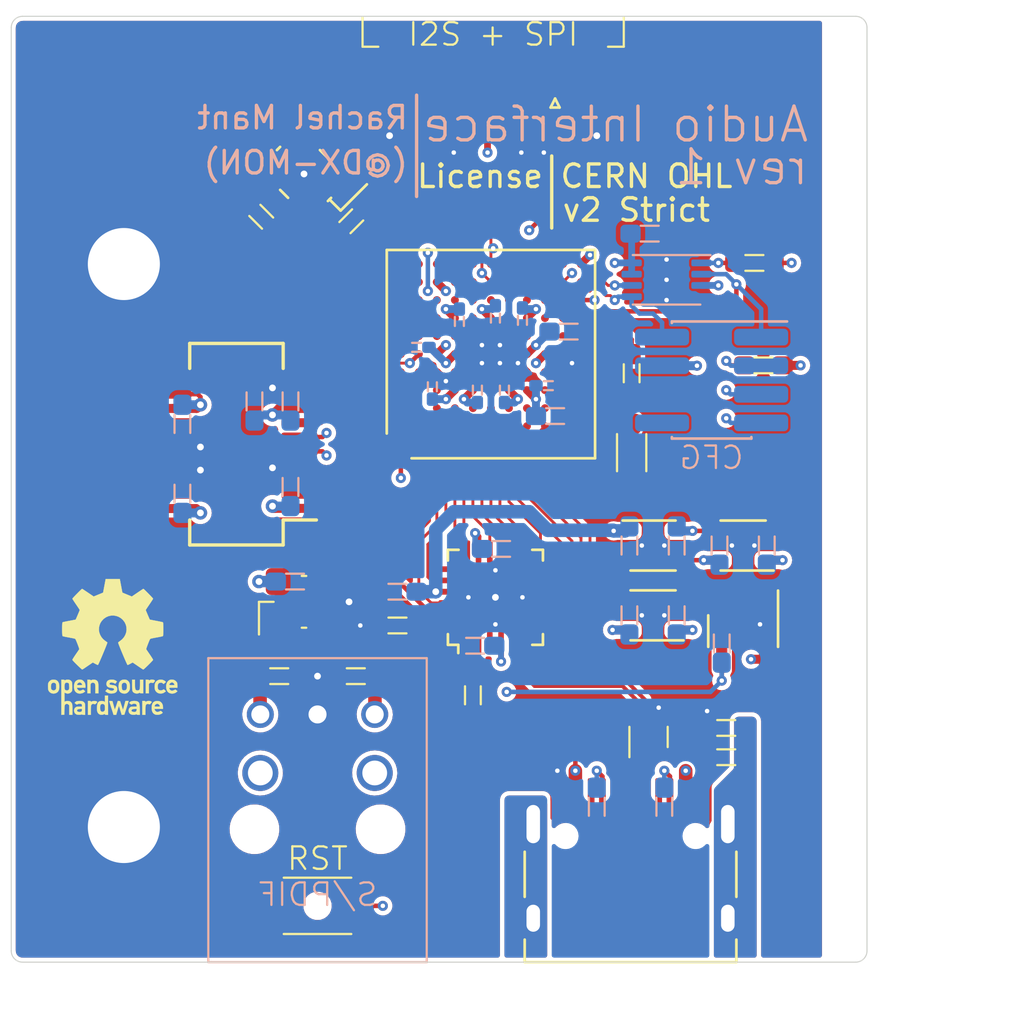
<source format=kicad_pcb>
(kicad_pcb (version 20221018) (generator pcbnew)
  (layers (0 "F.Cu" signal) (1 "In1.Cu" power) (2 "In2.Cu" signal) (31 "B.Cu" power) (34 "B.Paste" user) (35 "F.Paste" user) (36 "B.SilkS" user "B.Silkscreen") (37 "F.SilkS" user "F.Silkscreen") (38 "B.Mask" user) (39 "F.Mask" user) (44 "Edge.Cuts" user))
  (net 0 "")
  (net 1 "DGND")
  (net 2 "Net-(C2-Pad2)")
  (net 3 "Net-(C3-Pad2)")
  (net 4 "+3V3")
  (net 5 "/S{slash}PDIF")
  (net 6 "/USB/D+")
  (net 7 "Net-(J2-PadB5)")
  (net 9 "/USB/D-")
  (net 10 "Net-(J2-PadA5)")
  (net 12 "+5V")
  (net 15 "/Processing/ULPI.D7")
  (net 16 "/Processing/ULPI.D6")
  (net 17 "/Processing/ULPI.D5")
  (net 18 "/Processing/ULPI.D4")
  (net 19 "/Processing/ULPI.CLK")
  (net 20 "/Processing/ULPI.D3")
  (net 21 "/Processing/ULPI.D2")
  (net 22 "/Processing/ULPI.D1")
  (net 23 "/Processing/ULPI.D0")
  (net 24 "/Processing/ULPI.NXT")
  (net 25 "/Processing/ULPI.DIR")
  (net 26 "/Processing/ULPI.STP")
  (net 27 "/Processing/ULPI.~{RST}")
  (net 28 "Net-(R4-Pad2)")
  (net 50 "+1V2")
  (net 97 "/SYS_CLK")
  (net 98 "/Clock Generation/~{SPI_CS}")
  (net 104 "/ACLK")
  (net 105 "/ADAT")
  (net 106 "/AR{slash}~{L}")
  (net 107 "/~{DAC_CS}")
  (net 108 "/Processing/CFG_SPI.CIPO")
  (net 109 "/Processing/CFG_SPI.CLK")
  (net 110 "/Processing/CFG_SPI.COPI")
  (net 111 "/Processing/CIPO")
  (net 112 "/Processing/COPI")
  (net 113 "/Processing/~{CFG_CS}")
  (net 115 "/Processing/~{CFG_RST}")
  (net 116 "/Processing/CFG_CLK")
  (net 117 "/Power/~{PSU_EN}")
  (net 118 "/USB/SHIELD")
  (net 119 "Net-(R7-Pad1)")
  (net 120 "+1V8")
  (net 121 "Net-(U1-Pad23)")
  (net 123 "Net-(C15-Pad1)")
  (net 124 "Net-(D1-Pad2)")
  (net 125 "Net-(R8-Pad1)")
  (footprint "rhais_package-qfn:WSON-6-1EP_2x2mm_P0.65mm_EP1x1.6mm" (layer "F.Cu") (at 194.5 121.5 180)
    (fp_text reference "U8")
    (fp_text value "TLV73312PDRV" hide)
  )
  (footprint "Package_BGA:BGA-121_9.0x9.0mm_Layout11x11_P0.8mm_Ball0.4mm_Pad0.35mm_NSMD" (layer "F.Cu") (at 183.3 113 90)
    (fp_text reference "U2")
    (fp_text value "ICE40HX8K-BG121" hide)
  )
  (footprint "rhais_rcl:R0603" (layer "F.Cu") (at 193.75 129.6 180)
    (fp_text reference "R1")
    (fp_text value "1M" hide)
  )
  (footprint "rhais_package-qfn:UDFN-6L" (layer "F.Cu") (at 190.3 130 90)
    (fp_text reference "U4")
    (fp_text value "SP3400-02UTG" hide)
  )
  (footprint "rhais_package-smd:SOT-143" (layer "F.Cu") (at 194.5 125.3 -90)
    (fp_text reference "U7")
    (fp_text value "APX811-40UG-7" hide)
  )
  (footprint "rhais_button-smd:B3U-1000P-B" (layer "F.Cu") (at 175.6 137.5 180)
    (fp_text reference "SW1")
    (fp_text value "RST")
  )
  (footprint "rhais_rcl:R0603" (layer "F.Cu") (at 195.4 113.5 180)
    (fp_text reference "R6")
    (fp_text value "10k" hide)
  )
  (footprint "rhais_osc:SMD3225" (layer "F.Cu") (at 175 105 135)
    (fp_text reference "Y1")
    (fp_text value "27MHz" hide)
  )
  (footprint "MountingHole:MountingHole_3.2mm_M3_Pad" (layer "F.Cu") (at 167 109)
    (fp_text reference "H2" hide)
    (fp_text value "MountingHole_Pad" hide)
  )
  (footprint "rhais_rcl:R0603" (layer "F.Cu") (at 189.55 113.85 -90)
    (fp_text reference "R8")
    (fp_text value "6k8" hide)
  )
  (footprint "rhais_connector-te:1-17345952-2_1x12-1MP_P0.5mm_Horizontal" (layer "F.Cu") (at 183.4 101.5 180)
    (fp_text reference "J1")
    (fp_text value "I2S + SPI")
  )
  (footprint "rhais_package-smd:SSOP-20_3.9x8.7mm_P0.635mm" (layer "F.Cu") (at 172 117 180)
    (fp_text reference "U3")
    (fp_text value "PLL1708" hide)
  )
  (footprint "rhais_rcl:R0603" (layer "F.Cu") (at 182.5 128.15 -90)
    (fp_text reference "R7")
    (fp_text value "10k" hide)
  )
  (footprint "rhais_osc:SMD2520" (layer "F.Cu") (at 175 124)
    (fp_text reference "X1")
    (fp_text value "13MHz" hide)
  )
  (footprint "rhais_package-qfn:WSON-6-1EP_2x2mm_P0.65mm_EP1x1.6mm" (layer "F.Cu") (at 190.5 124.6 180)
    (fp_text reference "U6")
    (fp_text value "TLV75533PDRV" hide)
  )
  (footprint "rhais_rcl:C0603" (layer "F.Cu") (at 193.75 130.9 180)
    (fp_text reference "C1")
    (fp_text value "0u1" hide)
  )
  (footprint "rhais_rcl:R0603" (layer "F.Cu") (at 179.15 125.05)
    (fp_text reference "R4")
    (fp_text value "8k06" hide)
  )
  (footprint "rhais_usb:USB_C_Receptacle_HRO_TYPE-C-31-M-12" (layer "F.Cu") (at 189.5 137)
    (fp_text reference "J2")
    (fp_text value "USB_C_Receptacle_USB2.0" hide)
  )
  (footprint "MountingHole:MountingHole_3.2mm_M3_Pad" (layer "F.Cu") (at 167 134)
    (fp_text reference "H1" hide)
    (fp_text value "MountingHole_Pad" hide)
  )
  (footprint "rhais_package-qfn:QFN-24-1EP_4x4mm_P0.5mm_EP2.6x2.6mm" (layer "F.Cu") (at 183.5 123.8 90)
    (fp_text reference "U1")
    (fp_text value "USB3318" hide)
  )
  (footprint "rhais_rcl:C0603" (layer "F.Cu") (at 173.1 106.9 135)
    (fp_text reference "C2")
    (fp_text value "15p" hide)
  )
  (footprint "rhais_led:LED0603" (layer "F.Cu") (at 189.55 116.95 90)
    (fp_text reference "D1")
    (fp_text value "WHITE" hide)
  )
  (footprint "rhais_rcl:C0603" (layer "F.Cu") (at 177.1 107.1 45)
    (fp_text reference "C3")
    (fp_text value "15p" hide)
  )
  (footprint "rhais_rcl:R0603" (layer "F.Cu") (at 195 108.95 180)
    (fp_text reference "R5")
    (fp_text value "10k" hide)
  )
  (footprint "rhais_rcl:C0603" (layer "F.Cu") (at 173.9 127.3 180)
    (fp_text reference "C6")
    (fp_text value "0u1" hide)
  )
  (footprint "rhais_rcl:C0603" (layer "F.Cu") (at 177.3 127.3)
    (fp_text reference "C7")
    (fp_text value "30p" hide)
  )
  (footprint "Symbol:OSHW-Logo_5.7x6mm_SilkScreen" (layer "F.Cu") (at 166.5 126)
    (fp_text reference "G1" hide)
    (fp_text value "OSHW-Logo_5.7x6mm_SilkScreen" hide)
  )
  (footprint "rhais_package-qfn:WSON-6-1EP_2x2mm_P0.65mm_EP1x1.6mm" (layer "F.Cu") (at 190.5 121.5)
    (fp_text reference "U9")
    (fp_text value "LP5910-1.8DRV" hide)
  )
  (footprint "rhais_rcl:C0402" (layer "B.Cu") (at 184.7 111.5 90)
    (fp_text reference "C24")
    (fp_text value "0u1" hide)
  )
  (footprint "rhais_rcl:C0603" (layer "B.Cu") (at 172.8 115.1 -90)
    (fp_text reference "C5")
    (fp_text value "10u" hide)
  )
  (footprint "rhais_rcl:C0603" (layer "B.Cu") (at 189.45 121.5 90)
    (fp_text reference "C14")
    (fp_text value "1u" hide)
  )
  (footprint "rhais_rcl:C0603" (layer "B.Cu") (at 182.6 125.95)
    (fp_text reference "C22")
    (fp_text value "4u7" hide)
  )
  (footprint "rhais_rcl:C0402" (layer "B.Cu") (at 182.7 114.6 -90)
    (fp_text reference "C32")
    (fp_text value "0u1" hide)
  )
  (footprint "rhais_rcl:C0603" (layer "B.Cu") (at 191.55 121.5 90)
    (fp_text reference "C13")
    (fp_text value "1u" hide)
  )
  (footprint "rhais_rcl:C0402" (layer "B.Cu") (at 180 112.7)
    (fp_text reference "C30")
    (fp_text value "0u1" hide)
  )
  (footprint "rhais_rcl:R0603" (layer "B.Cu") (at 191 133.1 -90)
    (fp_text reference "R3")
    (fp_text value "5k1" hide)
  )
  (footprint "rhais_connector-pinheader:PinHeader_2x04_P1.27mm_Vertical_SMD" (layer "B.Cu") (at 193.1 114.15 180)
    (fp_text reference "J4")
    (fp_text value "CFG")
  )
  (footprint "rhais_rcl:C0402" (layer "B.Cu") (at 180.7 114.45 -90)
    (fp_text reference "C27")
    (fp_text value "0u1" hide)
  )
  (footprint "rhais_rcl:C0603" (layer "B.Cu") (at 189.45 124.6 -90)
    (fp_text reference "C16")
    (fp_text value "4u7" hide)
  )
  (footprint "rhais_rcl:C0603" (layer "B.Cu") (at 195.55 121.5 -90)
    (fp_text reference "C19")
    (fp_text value "4u7" hide)
  )
  (footprint "rhais_rcl:C0402" (layer "B.Cu") (at 183.9 114.6 -90)
    (fp_text reference "C29")
    (fp_text value "0u1" hide)
  )
  (footprint "rhais_rcl:C0603" (layer "B.Cu") (at 193.45 121.5 -90)
    (fp_text reference "C18")
    (fp_text value "4u7" hide)
  )
  (footprint "rhais_rcl:C0603" (layer "B.Cu") (at 186.75 112 180)
    (fp_text reference "C28")
    (fp_text value "4u7" hide)
  )
  (footprint "rhais_rcl:C0402" (layer "B.Cu") (at 183.5 111.4 90)
    (fp_text reference "C31")
    (fp_text value "0u1" hide)
  )
  (footprint "rhais_rcl:C0603" (layer "B.Cu") (at 174.6 123.1 180)
    (fp_text reference "C12")
    (fp_text value "0u1" hide)
  )
  (footprint "rhais_rcl:C0603" (layer "B.Cu") (at 169.6 119.2 -90)
    (fp_text reference "C10")
    (fp_text value "0u1" hide)
  )
  (footprint "rhais_package-qfn:UDFN-8-1EP_3x2mm_P0.5mm_EP1.4x1.4mm" (layer "B.Cu") (at 191.1 109.7 180)
    (fp_text reference "U5")
    (fp_text value "GD25Q40C" hide)
  )
  (footprint "rhais_rcl:C0603" (layer "B.Cu") (at 186.15 115.75 180)
    (fp_text reference "C23")
    (fp_text value "4u7" hide)
  )
  (footprint "rhais_rcl:C0402" (layer "B.Cu") (at 185.85 114.4 180)
    (fp_text reference "C26")
    (fp_text value "0u1" hide)
  )
  (footprint "rhais_rcl:C0603" (layer "B.Cu") (at 190.35 107.65 180)
    (fp_text reference "C11")
    (fp_text value "0u1" hide)
  )
  (footprint "rhais_rcl:C0603" (layer "B.Cu") (at 174.4 118.9 -90)
    (fp_text reference "C8")
    (fp_text value "0u1" hide)
  )
  (footprint "rhais_rcl:C0603" (layer "B.Cu") (at 191.55 124.6 -90)
    (fp_text reference "C17")
    (fp_text value "4u7" hide)
  )
  (footprint "rhais_rcl:C0603" (layer "B.Cu") (at 169.6 116.1 90)
    (fp_text reference "C9")
    (fp_text value "0u1" hide)
  )
  (footprint "rhais_connector-optical:S-PDIF_Receiver" (layer "B.Cu") (at 175.6 131.6)
    (fp_text reference "J3")
    (fp_text value "S/PDIF")
  )
  (footprint "rhais_rcl:C0402" (layer "B.Cu") (at 181.9 111.55 90)
    (fp_text reference "C25")
    (fp_text value "0u1" hide)
  )
  (footprint "rhais_rcl:C0603" (layer "B.Cu") (at 174.4 115.1 -90)
    (fp_text reference "C4")
    (fp_text value "0u1" hide)
  )
  (footprint "rhais_rcl:R0603" (layer "B.Cu") (at 188 133.1 -90)
    (fp_text reference "R2")
    (fp_text value "5k1" hide)
  )
  (footprint "rhais_rcl:C0603" (layer "B.Cu") (at 179.15 123.55)
    (fp_text reference "C20")
    (fp_text value "0u1" hide)
  )
  (footprint "rhais_rcl:C0603" (layer "B.Cu") (at 183.75 121.65 180)
    (fp_text reference "C21")
    (fp_text value "0u1" hide)
  )
  (footprint "rhais_rcl:C0603" (layer "B.Cu") (at 193.55 125.85 90)
    (fp_text reference "C15")
    (fp_text value "1u" hide)
  )
  (gr_line (start 180 106) (end 180 101.5) (stroke (width 0.15)) (layer "B.SilkS"))
  (gr_line (start 186 104.2) (end 186 107.4) (stroke (width 0.15)) (layer "F.SilkS"))
  (gr_arc locked (start 162 98.5) (mid 162.146447 98.146447) (end 162.5 98) (stroke (width 0.05)) (layer "Edge.Cuts"))
  (gr_arc locked (start 200.000001 139.500001) (mid 199.853554 139.853554) (end 199.500001 140.000001) (stroke (width 0.05)) (layer "Edge.Cuts"))
  (gr_arc locked (start 162.5 140) (mid 162.146447 139.853553) (end 162 139.5) (stroke (width 0.05)) (layer "Edge.Cuts"))
  (gr_arc locked (start 199.5 98) (mid 199.853553 98.146447) (end 200 98.5) (stroke (width 0.05)) (layer "Edge.Cuts"))
  (gr_line locked (start 162 139.5) (end 162 98.5) (stroke (width 0.05)) (layer "Edge.Cuts"))
  (gr_line locked (start 199.500001 140.000001) (end 162.5 140) (stroke (width 0.05)) (layer "Edge.Cuts"))
  (gr_line locked (start 200.000001 139.500001) (end 200 98.5) (stroke (width 0.05)) (layer "Edge.Cuts"))
  (gr_line locked (start 162.5 98) (end 199.5 98) (stroke (width 0.05)) (layer "Edge.Cuts"))
  (gr_text "(@DX-MON)" (at 179.7 104.5) (layer "B.SilkS") (effects (font (size 1 1)) (justify left mirror)))
  (gr_text "Audio Interface" (at 197.5 102.8) (layer "B.SilkS") (effects (font (size 1.5 1.5)) (justify left mirror)))
  (gr_text "rev 1" (at 197.5 104.7) (layer "B.SilkS") (effects (font (size 1.5 1.5)) (justify left mirror)))
  (gr_text "Rachel Mant" (at 179.7 102.5) (layer "B.SilkS") (effects (font (size 1 1)) (justify left mirror)))
  (gr_text "CERN OHL" (at 186.3 105.1) (layer "F.SilkS") (effects (font (size 1 1)) (justify left)))
  (gr_text "License" (at 185.7 105.1) (layer "F.SilkS") (effects (font (size 1 1)) (justify right)))
  (gr_text "v2 Strict" (at 186.4 106.6) (layer "F.SilkS") (effects (font (size 1 1)) (justify left)))
  (segment (start 183.3 113) (end 183.7 112.6) (width 0.35) (layer "F.Cu") (net 1))
  (segment (start 182.5 113) (end 182.9 112.6) (width 0.35) (layer "F.Cu") (net 1))
  (segment (start 192.9 129.6) (end 192.9 128.85) (width 0.6) (layer "F.Cu") (net 1))
  (segment (start 190.5 124.6) (end 190.5 124.3) (width 0.4) (layer "F.Cu") (net 1))
  (segment (start 180.9 113.8) (end 181.3 114.2) (width 0.35) (layer "F.Cu") (net 1))
  (segment (start 195.55 121.5) (end 194.5 121.5) (width 0.4) (layer "F.Cu") (net 1))
  (segment (start 178.3 125.05) (end 177.5 125.05) (width 0.2) (layer "F.Cu") (net 1))
  (segment (start 169.2 117.3175) (end 170.2075 117.3175) (width 0.4) (layer "F.Cu") (net 1))
  (segment (start 173.6975 117.9525) (end 173.6 118.05) (width 0.4) (layer "F.Cu") (net 1))
  (segment (start 191.55 124.6) (end 190.5 124.6) (width 0.4) (layer "F.Cu") (net 1))
  (segment (start 173.8775 114.7775) (end 174.8 114.7775) (width 0.4) (layer "F.Cu") (net 1))
  (segment (start 175.6 129) (end 175.6 127.3) (width 0.6) (layer "F.Cu") (net 1))
  (segment (start 188 101.2) (end 188 103.3) (width 1) (layer "F.Cu") (net 1))
  (segment (start 191.55 121.5) (end 190.5 121.5) (width 0.4) (layer "F.Cu") (net 1))
  (segment (start 175 105) (end 175.1 105.1) (width 0.2) (layer "F.Cu") (net 1))
  (segment (start 170.2025 117.9525) (end 170.4 118.15) (width 0.4) (layer "F.Cu") (net 1))
  (segment (start 190.5 124.3) (end 190.85 123.95) (width 0.4) (layer "F.Cu") (net 1))
  (segment (start 187.3 113) (end 186.9 113.4) (width 0.35) (layer "F.Cu") (net 1))
  (segment (start 176.05 124.9) (end 176.1 124.9) (width 0.5) (layer "F.Cu") (net 1))
  (segment (start 181.65 103) (end 181.65 104.05) (width 0.3) (layer "F.Cu") (net 1))
  (segment (start 178.8 101.2) (end 178.8 103.3) (width 1) (layer "F.Cu") (net 1))
  (segment (start 184.65 103) (end 184.65 104.05) (width 0.3) (layer "F.Cu") (net 1))
  (segment (start 175.1 105.1) (end 175.1 106.443503) (width 0.2) (layer "F.Cu") (net 1))
  (segment (start 183.3 113) (end 182.9 112.6) (width 0.35) (layer "F.Cu") (net 1))
  (segment (start 184.1 113) (end 184.5 113.4) (width 0.35) (layer "F.Cu") (net 1))
  (segment (start 190.75 130.55) (end 190.75 129.45) (width 0.35) (layer "F.Cu") (net 1))
  (segment (start 194.85 120.85) (end 195.55 120.85) (width 0.4) (layer "F.Cu") (net 1))
  (segment (start 175.1 106.443503) (end 175.176777 106.52028) (width 0.2) (layer "F.Cu") (net 1))
  (segment (start 175.176777 106.52028) (end 174.681802 106.52028) (width 0.2) (layer "F.Cu") (net 1))
  (segment (start 174.9 103.556497) (end 174.823223 103.47972) (width 0.2) (layer "F.Cu") (net 1))
  (segment (start 173.6 114.5) (end 173.8775 114.7775) (width 0.4) (layer "F.Cu") (net 1))
  (segment (start 174.9 104.9) (end 174.9 103.556497) (width 0.2) (layer "F.Cu") (net 1))
  (segment (start 175 105) (end 174.9 104.9) (width 0.2) (layer "F.Cu") (net 1))
  (segment (start 189.45 124.6) (end 190.5 124.6) (width 0.4) (layer "F.Cu") (net 1))
  (segment (start 190.85 123.85) (end 191.55 123.85) (width 0.4) (layer "F.Cu") (net 1))
  (segment (start 195.25 124.05) (end 195.25 125) (width 0.6) (layer "F.Cu") (net 1))
  (segment (start 174.8 117.9525) (end 173.6975 117.9525) (width 0.4) (layer "F.Cu") (net 1))
  (segment (start 184.9 113.8) (end 184.5 113.4) (width 0.35) (layer "F.Cu") (net 1))
  (segment (start 194.5 121.2) (end 194.85 120.85) (width 0.4) (layer "F.Cu") (net 1))
  (segment (start 169.2 117.9525) (end 170.2025 117.9525) (width 0.4) (layer "F.Cu") (net 1))
  (segment (start 183.3 113.8) (end 182.9 113.4) (width 0.35) (layer "F.Cu") (net 1))
  (segment (start 183.3 112.2) (end 182.9 112.6) (width 0.35) (layer "F.Cu") (net 1))
  (segment (start 184.1 113) (end 183.7 112.6) (width 0.35) (layer "F.Cu") (net 1))
  (segment (start 182.5 112.2) (end 182.9 112.6) (width 0.35) (layer "F.Cu") (net 1))
  (segment (start 175.6 127.3) (end 176.45 127.3) (width 0.6) (layer "F.Cu") (net 1))
  (segment (start 182.5 113.8) (end 182.9 113.4) (width 0.35) (layer "F.Cu") (net 1))
  (segment (start 182.5 113) (end 182.9 113.4) (width 0.35) (layer "F.Cu") (net 1))
  (segment (start 184.1 113) (end 183.7 113.4) (width 0.35) (layer "F.Cu") (net 1))
  (segment (start 194.5 121.5) (end 194.5 121.2) (width 0.4) (layer "F.Cu") (net 1))
  (segment (start 184.1 112.2) (end 183.7 112.6) (width 0.35) (layer "F.Cu") (net 1))
  (segment (start 174.75 127.3) (end 175.6 127.3) (width 0.6) (layer "F.Cu") (net 1))
  (segment (start 175.318198 106.52028) (end 176.498959 107.701041) (width 0.2) (layer "F.Cu") (net 1))
  (segment (start 184.1 113.8) (end 184.5 113.4) (width 0.35) (layer "F.Cu") (net 1))
  (segment (start 185.65 103) (end 185.65 104.05) (width 0.3) (layer "F.Cu") (net 1))
  (segment (start 190.75 129.45) (end 190.75 128.7) (width 0.35) (layer "F.Cu") (net 1))
  (segment (start 184.1 113.8) (end 183.7 113.4) (width 0.35) (layer "F.Cu") (net 1))
  (segment (start 183.3 112.2) (end 183.7 112.6) (width 0.35) (layer "F.Cu") (net 1))
  (segment (start 183.3 113) (end 183.7 113.4) (width 0.35) (layer "F.Cu") (net 1))
  (segment (start 175.176777 106.52028) (end 175.318198 106.52028) (width 0.2) (layer "F.Cu") (net 1))
  (segment (start 189.45 121.5) (end 190.5 121.5) (width 0.4) (layer "F.Cu") (net 1))
  (segment (start 183.3 113.8) (end 183.7 113.4) (width 0.35) (layer "F.Cu") (net 1))
  (segment (start 186.25 132.755) (end 186.25 131.5) (width 0.6) (layer "F.Cu") (net 1))
  (segment (start 193.45 121.5) (end 194.5 121.5) (width 0.4) (layer "F.Cu") (net 1))
  (segment (start 170.2075 117.3175) (end 170.4 117.125) (width 0.4) (layer "F.Cu") (net 1))
  (segment (start 183.3 113) (end 182.9 113.4) (width 0.35) (layer "F.Cu") (net 1))
  (segment (start 174.681802 106.52028) (end 173.701041 107.501041) (width 0.2) (layer "F.Cu") (net 1))
  (segment (start 176.1 124.9) (end 177 124) (width 0.5) (layer "F.Cu") (net 1))
  (via (at 188 103.3) (size 0.6) (drill 0.3) (layers "F.Cu" "B.Cu") (net 1))
  (via (at 175.6 127.3) (size 0.6) (drill 0.3) (layers "F.Cu" "B.Cu") (net 1))
  (via (at 183.7 113.4) (size 0.45) (drill 0.2) (layers "F.Cu" "B.Cu") (net 1))
  (via (at 173.6 118.05) (size 0.6) (drill 0.3) (layers "F.Cu" "B.Cu") (net 1))
  (via (at 182.9 113.4) (size 0.45) (drill 0.2) (layers "F.Cu" "B.Cu") (net 1))
  (via (at 186.9 113.4) (size 0.45) (drill 0.2) (layers "F.Cu" "B.Cu") (net 1))
  (via (at 183.7 112.6) (size 0.45) (drill 0.2) (layers "F.Cu" "B.Cu") (net 1))
  (via (at 181.65 104.05) (size 0.45) (drill 0.2) (layers "F.Cu" "B.Cu") (net 1))
  (via (at 192.9 128.85) (size 0.45) (drill 0.2) (layers "F.Cu" "B.Cu") (net 1))
  (via (at 190 121.5) (size 0.45) (drill 0.2) (layers "F.Cu" "B.Cu") (net 1))
  (via (at 190 124.6) (size 0.45) (drill 0.2) (layers "F.Cu" "B.Cu") (net 1))
  (via (at 177 124) (size 0.6) (drill 0.3) (layers "F.Cu" "B.Cu") (net 1))
  (via (at 185.65 104.05) (size 0.45) (drill 0.2) (layers "F.Cu" "B.Cu") (net 1))
  (via (at 173.6 114.5) (size 0.6) (drill 0.3) (layers "F.Cu" "B.Cu") (net 1))
  (via (at 191.1 109.7) (size 0.45) (drill 0.2) (layers "F.Cu" "B.Cu") (net 1))
  (via (at 175 105) (size 0.6) (drill 0.3) (layers "F.Cu" "B.Cu") (net 1))
  (via (at 183.5 123.8) (size 0.6) (drill 0.3) (layers "F.Cu" "B.Cu") (net 1))
  (via (at 191 124.6) (size 0.45) (drill 0.2) (layers "F.Cu" "B.Cu") (net 1))
  (via (at 170.4 118.15) (size 0.6) (drill 0.3) (layers "F.Cu" "B.Cu") (net 1))
  (via (at 191.1 110.6) (size 0.45) (drill 0.2) (layers "F.Cu" "B.Cu") (net 1))
  (via (at 170.4 117.125) (size 0.6) (drill 0.3) (layers "F.Cu" "B.Cu") (net 1))
  (via (at 184.5 113.4) (size 0.45) (drill 0.2) (layers "F.Cu" "B.Cu") (net 1))
  (via (at 195.25 125) (size 0.45) (drill 0.2) (layers "F.Cu" "B.Cu") (net 1))
  (via (at 194 121.5) (size 0.45) (drill 0.2) (layers "F.Cu" "B.Cu") (net 1))
  (via (at 181.3 114.2) (size 0.45) (drill 0.2) (layers "F.Cu" "B.Cu") (net 1))
  (via (at 178.8 103.3) (size 0.6) (drill 0.3) (layers "F.Cu" "B.Cu") (net 1))
  (via (at 177.5 125.05) (size 0.45) (drill 0.2) (layers "F.Cu" "B.Cu") (net 1))
  (via (at 195 121.5) (size 0.45) (drill 0.2) (layers "F.Cu" "B.Cu") (net 1))
  (via (at 183.5 122.6) (size 0.45) (drill 0.2) (layers "F.Cu" "B.Cu") (net 1))
  (via (at 183.5 125) (size 0.45) (drill 0.2) (layers "F.Cu" "B.Cu") (net 1))
  (via (at 182.3 123.8) (size 0.45) (drill 0.2) (layers "F.Cu" "B.Cu") (net 1))
  (via (at 186.25 131.5) (size 0.45) (drill 0.2) (layers "F.Cu" "B.Cu") (net 1))
  (via (at 182.9 112.6) (size 0.45) (drill 0.2) (layers "F.Cu" "B.Cu") (net 1))
  (via (at 184.7 123.8) (size 0.45) (drill 0.2) (layers "F.Cu" "B.Cu") (net 1))
  (via (at 184.65 104.05) (size 0.45) (drill 0.2) (layers "F.Cu" "B.Cu") (net 1))
  (via (at 191 121.5) (size 0.45) (drill 0.2) (layers "F.Cu" "B.Cu") (net 1))
  (via (at 190.75 128.7) (size 0.45) (drill 0.2) (layers "F.Cu" "B.Cu") (net 1))
  (via (at 191.1 108.8) (size 0.45) (drill 0.2) (layers "F.Cu" "B.Cu") (net 1))
  (segment (start 174.4 114.25) (end 174.15 114.5) (width 0.4) (layer "B.Cu") (net 1))
  (segment (start 173.6 118.05) (end 174.4 118.05) (width 0.4) (layer "B.Cu") (net 1))
  (segment (start 173.05 114.5) (end 172.8 114.25) (width 0.4) (layer "B.Cu") (net 1))
  (segment (start 173.6 114.5) (end 173.05 114.5) (width 0.4) (layer "B.Cu") (net 1))
  (segment (start 174.15 114.5) (end 173.6 114.5) (width 0.4) (layer "B.Cu") (net 1))
  (segment (start 171.8 111.8) (end 171.8 113.4) (width 0.2) (layer "F.Cu") (net 2))
  (segment (start 173.47972 104.823223) (end 173.47972 105.318198) (width 0.2) (layer "F.Cu") (net 2))
  (segment (start 174.4 111) (end 172.6 111) (width 0.2) (layer "F.Cu") (net 2))
  (segment (start 170.1 113.8) (end 169.7575 114.1425) (width 0.2) (layer "F.Cu") (net 2))
  (segment (start 173.5 108.6) (end 174.4 108.6) (width 0.2) (layer "F.Cu") (net 2))
  (segment (start 174.9 110.5) (end 174.4 111) (width 0.2) (layer "F.Cu") (net 2))
  (segment (start 172.498959 107.598959) (end 173.5 108.6) (width 0.2) (layer "F.Cu") (net 2))
  (segment (start 169.7575 114.1425) (end 169.2 114.1425) (width 0.2) (layer "F.Cu") (net 2))
  (segment (start 172.6 111) (end 171.8 111.8) (width 0.2) (layer "F.Cu") (net 2))
  (segment (start 171.8 113.4) (end 171.4 113.8) (width 0.2) (layer "F.Cu") (net 2))
  (segment (start 172.498959 106.298959) (end 172.498959 107.598959) (width 0.2) (layer "F.Cu") (net 2))
  (segment (start 173.47972 105.318198) (end 172.498959 106.298959) (width 0.2) (layer "F.Cu") (net 2))
  (segment (start 174.9 109.1) (end 174.9 110.5) (width 0.2) (layer "F.Cu") (net 2))
  (segment (start 174.4 108.6) (end 174.9 109.1) (width 0.2) (layer "F.Cu") (net 2))
  (segment (start 171.4 113.8) (end 170.1 113.8) (width 0.2) (layer "F.Cu") (net 2))
  (segment (start 176.52028 105.176777) (end 176.52028 105.318198) (width 0.2) (layer "F.Cu") (net 3))
  (segment (start 172.6 113.8) (end 173.9 113.8) (width 0.2) (layer "F.Cu") (net 3))
  (segment (start 174.2425 114.1425) (end 174.8 114.1425) (width 0.2) (layer "F.Cu") (net 3))
  (segment (start 177.701041 107.798959) (end 176.7 108.8) (width 0.2) (layer "F.Cu") (net 3))
  (segment (start 175.6 108.8) (end 175.3 109.1) (width 0.2) (layer "F.Cu") (net 3))
  (segment (start 172.2 113.4) (end 172.6 113.8) (width 0.2) (layer "F.Cu") (net 3))
  (segment (start 174.5 111.4) (end 172.7 111.4) (width 0.2) (layer "F.Cu") (net 3))
  (segment (start 172.7 111.4) (end 172.2 111.9) (width 0.2) (layer "F.Cu") (net 3))
  (segment (start 175.3 109.1) (end 175.3 110.6) (width 0.2) (layer "F.Cu") (net 3))
  (segment (start 176.7 108.8) (end 175.6 108.8) (width 0.2) (layer "F.Cu") (net 3))
  (segment (start 176.52028 105.318198) (end 177.701041 106.498959) (width 0.2) (layer "F.Cu") (net 3))
  (segment (start 173.9 113.8) (end 174.2425 114.1425) (width 0.2) (layer "F.Cu") (net 3))
  (segment (start 172.2 111.9) (end 172.2 113.4) (width 0.2) (layer "F.Cu") (net 3))
  (segment (start 177.701041 106.498959) (end 177.701041 107.798959) (width 0.2) (layer "F.Cu") (net 3))
  (segment (start 175.3 110.6) (end 174.5 111.4) (width 0.2) (layer "F.Cu") (net 3))
  (segment (start 181.7 113) (end 181.3 113.4) (width 0.35) (layer "F.Cu") (net 4))
  (segment (start 191.55 120.85) (end 192.25 120.85) (width 0.4) (layer "F.Cu") (net 4))
  (segment (start 170.4 114.9) (end 170.4 115.25) (width 0.2) (layer "F.Cu") (net 4))
  (segment (start 170.2075 119.8575) (end 170.4 120.05) (width 0.4) (layer "F.Cu") (net 4))
  (segment (start 180.9 109.8) (end 181.3 110.2) (width 0.35) (layer "F.Cu") (net 4))
  (segment (start 173.05 128.99) (end 173.06 129) (width 0.6) (layer "F.Cu") (net 4))
  (segment (start 193.45 122.15) (end 192.75 122.15) (width 0.4) (layer "F.Cu") (net 4))
  (segment (start 184.9 113) (end 185.3 112.6) (width 0.35) (layer "F.Cu") (net 4))
  (segment (start 170.2375 115.4125) (end 170.4 115.25) (width 0.4) (layer "F.Cu") (net 4))
  (segment (start 173.8875 115.4125) (end 173.6 115.7) (width 0.4) (layer "F.Cu") (net 4))
  (segment (start 174.8 115.4125) (end 173.8875 115.4125) (width 0.4) (layer "F.Cu") (net 4))
  (segment (start 183.15 103) (end 183.15 104.05) (width 0.3) (layer "F.Cu") (net 4))
  (segment (start 182.75 121.1) (end 182.6 120.95) (width 0.25) (layer "F.Cu") (net 4))
  (segment (start 169.2 119.8575) (end 170.2075 119.8575) (width 0.4) (layer "F.Cu") (net 4))
  (segment (start 195.85 108.95) (end 196.65 108.95) (width 0.2) (layer "F.Cu") (net 4))
  (segment (start 173.05 127.3) (end 173.05 128.99) (width 0.6) (layer "F.Cu") (net 4))
  (segment (start 169.2 114.7775) (end 170.2775 114.7775) (width 0.2) (layer "F.Cu") (net 4))
  (segment (start 182.75 121.775) (end 182.75 121.1) (width 0.25) (layer "F.Cu") (net 4))
  (segment (start 182.5 114.6) (end 182.1 115) (width 0.35) (layer "F.Cu") (net 4))
  (segment (start 173.7 119.85) (end 174.8 119.85) (width 0.4) (layer "F.Cu") (net 4))
  (segment (start 173.6 119.75) (end 173.7 119.85) (width 0.4) (layer "F.Cu") (net 4))
  (segment (start 183.25 125.825) (end 183.75 125.825) (width 0.25) (layer "F.Cu") (net 4))
  (segment (start 193.45 120.85) (end 192.25 120.85) (width 0.2) (layer "F.Cu") (net 4))
  (segment (start 183.75 125.825) (end 183.75 126.65) (width 0.25) (layer "F.Cu") (net 4))
  (segment (start 191.55 122.15) (end 192.75 122.15) (width 0.2) (layer "F.Cu") (net 4))
  (segment (start 169.2 115.4125) (end 170.2375 115.4125) (width 0.4) (layer "F.Cu") (net 4))
  (segment (start 173.95 123.1) (end 173 123.1) (width 0.5) (layer "F.Cu") (net 4))
  (segment (start 184.1 114.6) (end 184.5 115) (width 0.35) (layer "F.Cu") (net 4))
  (segment (start 173.95 124.9) (end 173.95 123.1) (width 0.5) (layer "F.Cu") (net 4))
  (segment (start 183.3 111.4) (end 182.9 111) (width 0.35) (layer "F.Cu") (net 4))
  (segment (start 170.2775 114.7775) (end 170.4 114.9) (width 0.2) (layer "F.Cu") (net 4))
  (segment (start 196.25 113.5) (end 197.05 113.5) (width 0.4) (layer "F.Cu") (net 4))
  (segment (start 187.3 109) (end 187.7 108.6) (width 0.35) (layer "F.Cu") (net 4))
  (segment (start 191.55 125.25) (end 192.25 125.25) (width 0.4) (layer "F.Cu") (net 4))
  (via (at 173.6 115.7) (size 0.6) (drill 0.3) (layers "F.Cu" "B.Cu") (net 4))
  (via (at 173 123.1) (size 0.6) (drill 0.3) (layers "F.Cu" "B.Cu") (net 4))
  (via (at 187.7 108.6) (size 0.45) (drill 0.2) (layers "F.Cu" "B.Cu") (net 4))
  (via (at 197.05 113.5) (size 0.45) (drill 0.2) (layers "F.Cu" "B.Cu") (net 4))
  (via (at 188.8 108.95) (size 0.45) (drill 0.2) (layers "F.Cu" "B.Cu") (net 4))
  (via (at 192.25 120.85) (size 0.45) (drill 0.2) (layers "F.Cu" "B.Cu") (net 4))
  (via (at 184.5 115) (size 0.45) (drill 0.2) (layers "F.Cu" "B.Cu") (net 4))
  (via (at 192.75 122.15) (size 0.45) (drill 0.2) (layers "F.Cu" "B.Cu") (net 4))
  (via (at 181.3 110.2) (size 0.45) (drill 0.2) (layers "F.Cu" "B.Cu") (net 4))
  (via (at 173.6 119.75) (size 0.6) (drill 0.3) (layers "F.Cu" "B.Cu") (net 4))
  (via (at 192.25 125.25) (size 0.45) (drill 0.2) (layers "F.Cu" "B.Cu") (net 4))
  (via (at 182.9 111) (size 0.45) (drill 0.2) (layers "F.Cu" "B.Cu") (net 4))
  (via (at 185.3 112.6) (size 0.45) (drill 0.2) (layers "F.Cu" "B.Cu") (net 4))
  (via (at 182.6 120.95) (size 0.45) (drill 0.2) (layers "F.Cu" "B.Cu") (net 4))
  (via (at 183.15 104.05) (size 0.45) (drill 0.2) (layers "F.Cu" "B.Cu") (net 4))
  (via (at 192.45 113.515) (size 0.45) (drill 0.2) (layers "F.Cu" "B.Cu") (net 4))
  (via (at 170.4 115.25) (size 0.6) (drill 0.3) (layers "F.Cu" "B.Cu") (net 4))
  (via (at 193.4 109.95) (size 0.45) (drill 0.2) (layers "F.Cu" "B.Cu") (net 4))
  (via (at 181.3 113.4) (size 0.45) (drill 0.2) (layers "F.Cu" "B.Cu") (net 4))
  (via (at 196.65 108.95) (size 0.45) (drill 0.2) (layers "F.Cu" "B.Cu") (net 4))
  (via (at 183.75 126.65) (size 0.45) (drill 0.2) (layers "F.Cu" "B.Cu") (net 4))
  (via (at 182.1 115) (size 0.45) (drill 0.2) (layers "F.Cu" "B.Cu") (net 4))
  (via (at 170.4 120.05) (size 0.6) (drill 0.3) (layers "F.Cu" "B.Cu") (net 4))
  (segment (start 183.75 126.65) (end 183.75 126.25) (width 0.25) (layer "B.Cu") (net 4))
  (segment (start 191.75 125.25) (end 191.55 125.45) (width 0.4) (layer "B.Cu") (net 4))
  (segment (start 189.55 108.95) (end 188.8 108.95) (width 0.3) (layer "B.Cu") (net 4))
  (segment (start 189.55 109.45) (end 189.55 108.95) (width 0.3) (layer "B.Cu") (net 4))
  (segment (start 193.25 122.15) (end 193.45 122.35) (width 0.4) (layer "B.Cu") (net 4))
  (segment (start 169.6 115.25) (end 170.4 115.25) (width 0.4) (layer "B.Cu") (net 4))
  (segment (start 189.55 107.7) (end 189.5 107.65) (width 0.3) (layer "B.Cu") (net 4))
  (segment (start 182.6 121.35) (end 182.9 121.65) (width 0.25) (layer "B.Cu") (net 4))
  (segment (start 173.6 115.7) (end 173.05 115.7) (width 0.4) (layer "B.Cu") (net 4))
  (segment (start 192.25 125.25) (end 191.75 125.25) (width 0.4) (layer "B.Cu") (net 4))
  (segment (start 182.6 120.95) (end 182.6 121.35) (width 0.25) (layer "B.Cu") (net 4))
  (segment (start 181.3 113.4) (end 180.6 112.7) (width 0.35) (layer "B.Cu") (net 4))
  (segment (start 192.65 109.95) (end 193.4 109.95) (width 0.3) (layer "B.Cu") (net 4))
  (segment (start 170.4 120.05) (end 169.6 120.05) (width 0.4) (layer "B.Cu") (net 4))
  (segment (start 192.75 122.15) (end 193.25 122.15) (width 0.4) (layer "B.Cu") (net 4))
  (segment (start 180.6 112.7) (end 180.55 112.7) (width 0.35) (layer "B.Cu") (net 4))
  (segment (start 174.4 119.75) (end 173.6 119.75) (width 0.4) (layer "B.Cu") (net 4))
  (segment (start 190.9 113.515) (end 192.45 113.515) (width 0.4) (layer "B.Cu") (net 4))
  (segment (start 185.9 112) (end 185.3 112.6) (width 0.35) (layer "B.Cu") (net 4))
  (segment (start 174.15 115.7) (end 174.4 115.95) (width 0.4) (layer "B.Cu") (net 4))
  (segment (start 173.6 115.7) (end 174.15 115.7) (width 0.4) (layer "B.Cu") (net 4))
  (segment (start 183.9 115.15) (end 184.35 115.15) (width 0.35) (layer "B.Cu") (net 4))
  (segment (start 191.75 120.85) (end 191.55 120.65) (width 0.4) (layer "B.Cu") (net 4))
  (segment (start 192.25 120.85) (end 191.75 120.85) (width 0.4) (layer "B.Cu") (net 4))
  (segment (start 182.7 115.15) (end 182.25 115.15) (width 0.35) (layer "B.Cu") (net 4))
  (segment (start 173.05 115.7) (end 172.8 115.95) (width 0.4) (layer "B.Cu") (net 4))
  (segment (start 183.75 126.25) (end 183.45 125.95) (width 0.25) (layer "B.Cu") (net 4))
  (segment (start 189.55 108.95) (end 189.55 107.7) (width 0.3) (layer "B.Cu") (net 4))
  (segment (start 182.9 111) (end 183.35 111) (width 0.35) (layer "B.Cu") (net 4))
  (segment (start 173 123.1) (end 173.75 123.1) (width 0.5) (layer "B.Cu") (net 4))
  (segment (start 182.25 115.15) (end 182.1 115) (width 0.35) (layer "B.Cu") (net 4))
  (segment (start 184.35 115.15) (end 184.5 115) (width 0.35) (layer "B.Cu") (net 4))
  (segment (start 183.35 111) (end 183.5 110.85) (width 0.35) (layer "B.Cu") (net 4))
  (segment (start 178.15 127.3) (end 178.15 128.99) (width 0.6) (layer "F.Cu") (net 5))
  (segment (start 178.15 128.99) (end 178.14 129) (width 0.6) (layer "F.Cu") (net 5))
  (segment (start 179.3 118.5) (end 179.3 117) (width 0.2) (layer "F.Cu") (net 5))
  (via (at 179.3 118.5) (size 0.45) (drill 0.2) (layers "F.Cu" "B.Cu") (net 5))
  (segment (start 190.1383 130.6617) (end 190.25 130.55) (width 0.175) (layer "F.Cu") (net 6))
  (segment (start 190.25 129.45) (end 190.1383 129.5617) (width 0.175) (layer "F.Cu") (net 6))
  (segment (start 189.4 133.9) (end 190.1 133.9) (width 0.175) (layer "F.Cu") (net 6))
  (segment (start 190.25 132.755) (end 190.1383 132.6433) (width 0.175) (layer "F.Cu") (net 6))
  (segment (start 189.257286 127.4617) (end 190.1383 128.342714) (width 0.175) (layer "F.Cu") (net 6))
  (segment (start 190.1383 128.342714) (end 190.1383 129.3383) (width 0.175) (layer "F.Cu") (net 6))
  (segment (start 184.6383 125.9367) (end 184.6383 126.742714) (width 0.175) (layer "F.Cu") (net 6))
  (segment (start 184.75 125.825) (end 184.6383 125.9367) (width 0.175) (layer "F.Cu") (net 6))
  (segment (start 189.25 133.75) (end 189.4 133.9) (width 0.175) (layer "F.Cu") (net 6))
  (segment (start 190.1383 130.4383) (end 190.25 130.55) (width 0.175) (layer "F.Cu") (net 6))
  (segment (start 190.1383 129.3383) (end 190.25 129.45) (width 0.175) (layer "F.Cu") (net 6))
  (segment (start 190.1383 129.5617) (end 190.1383 130.4383) (width 0.175) (layer "F.Cu") (net 6))
  (segment (start 190.1383 130.6617) (end 190.1383 130.4383) (width 0.175) (layer "F.Cu") (net 6))
  (segment (start 189.25 132.755) (end 189.25 133.75) (width 0.175) (layer "F.Cu") (net 6))
  (segment (start 190.1383 129.5617) (end 190.1383 129.3383) (width 0.175) (layer "F.Cu") (net 6))
  (segment (start 190.1383 132.6433) (end 190.1383 130.6617) (width 0.175) (layer "F.Cu") (net 6))
  (segment (start 190.25 133.75) (end 190.25 132.755) (width 0.175) (layer "F.Cu") (net 6))
  (segment (start 184.6383 126.742714) (end 185.357286 127.4617) (width 0.175) (layer "F.Cu") (net 6))
  (segment (start 190.1 133.9) (end 190.25 133.75) (width 0.175) (layer "F.Cu") (net 6))
  (segment (start 185.357286 127.4617) (end 189.257286 127.4617) (width 0.175) (layer "F.Cu") (net 6))
  (segment (start 191.25 132.755) (end 191.25 131.75) (width 0.2) (layer "F.Cu") (net 7))
  (segment (start 191.25 131.75) (end 191 131.5) (width 0.2) (layer "F.Cu") (net 7))
  (via (at 191 131.5) (size 0.45) (drill 0.2) (layers "F.Cu" "B.Cu") (net 7))
  (segment (start 191 131.5) (end 191 132.25) (width 0.2) (layer "B.Cu") (net 7))
  (segment (start 184.25 125.825) (end 184.3617 125.9367) (width 0.175) (layer "F.Cu") (net 9))
  (segment (start 189.75 129.45) (end 189.8617 129.5617) (width 0.175) (layer "F.Cu") (net 9))
  (segment (start 188.75 132.755) (end 188.75 131.75) (width 0.175) (layer "F.Cu") (net 9))
  (segment (start 189.8617 130.4383) (end 189.75 130.55) (width 0.175) (layer "F.Cu") (net 9))
  (segment (start 189.8617 128.457286) (end 189.8617 129.3383) (width 0.175) (layer "F.Cu") (net 9))
  (segment (start 189.8617 131.6117) (end 189.8617 130.6617) (width 0.175) (layer "F.Cu") (net 9))
  (segment (start 189.8617 132.6433) (end 189.8617 131.6117) (width 0.175) (layer "F.Cu") (net 9))
  (segment (start 189.8617 130.6617) (end 189.8617 130.4383) (width 0.175) (layer "F.Cu") (net 9))
  (segment (start 189.142714 127.7383) (end 189.8617 128.457286) (width 0.175) (layer "F.Cu") (net 9))
  (segment (start 184.3617 125.9367) (end 184.3617 126.857286) (width 0.175) (layer "F.Cu") (net 9))
  (segment (start 185.242714 127.7383) (end 189.142714 127.7383) (width 0.175) (layer "F.Cu") (net 9))
  (segment (start 188.9 131.6) (end 189.85 131.6) (width 0.175) (layer "F.Cu") (net 9))
  (segment (start 189.85 131.6) (end 189.8617 131.6117) (width 0.175) (layer "F.Cu") (net 9))
  (segment (start 189.8617 129.5617) (end 189.8617 130.4383) (width 0.175) (layer "F.Cu") (net 9))
  (segment (start 189.8617 129.5617) (end 189.8617 129.3383) (width 0.175) (layer "F.Cu") (net 9))
  (segment (start 189.8617 130.6617) (end 189.75 130.55) (width 0.175) (layer "F.Cu") (net 9))
  (segment (start 184.3617 126.857286) (end 185.242714 127.7383) (width 0.175) (layer "F.Cu") (net 9))
  (segment (start 189.8617 129.3383) (end 189.75 129.45) (width 0.175) (layer "F.Cu") (net 9))
  (segment (start 188.75 131.75) (end 188.9 131.6) (width 0.175) (layer "F.Cu") (net 9))
  (segment (start 189.75 132.755) (end 189.8617 132.6433) (width 0.175) (layer "F.Cu") (net 9))
  (segment (start 188.25 131.75) (end 188 131.5) (width 0.2) (layer "F.Cu") (net 10))
  (segment (start 188.25 132.755) (end 188.25 131.75) (width 0.2) (layer "F.Cu") (net 10))
  (via (at 188 131.5) (size 0.45) (drill 0.2) (layers "F.Cu" "B.Cu") (net 10))
  (segment (start 188 131.5) (end 188 132.25) (width 0.2) (layer "B.Cu") (net 10))
  (segment (start 182.5 129.7) (end 182.5 129) (width 0.2) (layer "F.Cu") (net 12))
  (segment (start 186.6 130.2) (end 183 130.2) (width 0.2) (layer "F.Cu") (net 12))
  (segment (start 187.05 130.65) (end 186.6 130.2) (width 0.2) (layer "F.Cu") (net 12))
  (segment (start 191.95 132.755) (end 191.95 131.5) (width 0.6) (layer "F.Cu") (net 12))
  (segment (start 195.45 126.55) (end 194.85 126.55) (width 0.4) (layer "F.Cu") (net 12))
  (segment (start 187.05 132.755) (end 187.05 131.5) (width 0.6) (layer "F.Cu") (net 12))
  (segment (start 189.45 125.25) (end 188.7 125.25) (width 0.4) (layer "F.Cu") (net 12))
  (segment (start 187.05 131.5) (end 187.05 130.65) (width 0.2) (layer "F.Cu") (net 12))
  (segment (start 183 130.2) (end 182.5 129.7) (width 0.2) (layer "F.Cu") (net 12))
  (via (at 191.95 131.5) (size 0.45) (drill 0.2) (layers "F.Cu" "B.Cu") (net 12))
  (via (at 194.85 126.55) (size 0.45) (drill 0.2) (layers "F.Cu" "B.Cu") (net 12))
  (via (at 188.7 125.25) (size 0.45) (drill 0.2) (layers "F.Cu" "B.Cu") (net 12))
  (via (at 187.05 131.5) (size 0.45) (drill 0.2) (layers "F.Cu" "B.Cu") (net 12))
  (segment (start 189.25 125.25) (end 188.7 125.25) (width 0.4) (layer "B.Cu") (net 12))
  (segment (start 189.45 125.45) (end 189.25 125.25) (width 0.4) (layer "B.Cu") (net 12))
  (segment (start 185.7 117) (end 185.7 119.05) (width 0.127) (layer "F.Cu") (net 15))
  (segment (start 187.7 121) (end 187.7 123.2) (width 0.127) (layer "F.Cu") (net 15))
  (segment (start 187.7 123.2) (end 186.35 124.55) (width 0.127) (layer "F.Cu") (net 15))
  (segment (start 185.7 119.05) (end 187.7 121) (width 0.127) (layer "F.Cu") (net 15))
  (segment (start 186.35 124.55) (end 185.525 124.55) (width 0.127) (layer "F.Cu") (net 15))
  (segment (start 187.3 121.15) (end 185.3 119.15) (width 0.127) (layer "F.Cu") (net 16))
  (segment (start 186.35 124.05) (end 187.3 123.1) (width 0.127) (layer "F.Cu") (net 16))
  (segment (start 185.3 116.6) (end 185.7 116.2) (width 0.127) (layer "F.Cu") (net 16))
  (segment (start 187.3 123.1) (end 187.3 121.15) (width 0.127) (layer "F.Cu") (net 16))
  (segment (start 185.3 119.15) (end 185.3 116.6) (width 0.127) (layer "F.Cu") (net 16))
  (segment (start 185.525 124.05) (end 186.35 124.05) (width 0.127) (layer "F.Cu") (net 16))
  (segment (start 186.9 123) (end 186.9 121.3) (width 0.127) (layer "F.Cu") (net 17))
  (segment (start 184.9 119.3) (end 184.9 117) (width 0.127) (layer "F.Cu") (net 17))
  (segment (start 185.525 123.55) (end 186.35 123.55) (width 0.127) (layer "F.Cu") (net 17))
  (segment (start 186.35 123.55) (end 186.9 123) (width 0.127) (layer "F.Cu") (net 17))
  (segment (start 186.9 121.3) (end 184.9 119.3) (width 0.127) (layer "F.Cu") (net 17))
  (segment (start 186.5 121.45) (end 184.5 119.45) (width 0.127) (layer "F.Cu") (net 18))
  (segment (start 184.5 116.6) (end 184.9 116.2) (width 0.127) (layer "F.Cu") (net 18))
  (segment (start 185.525 123.05) (end 186.35 123.05) (width 0.127) (layer "F.Cu") (net 18))
  (segment (start 186.5 122.9) (end 186.5 121.45) (width 0.127) (layer "F.Cu") (net 18))
  (segment (start 186.35 123.05) (end 186.5 122.9) (width 0.127) (layer "F.Cu") (net 18))
  (segment (start 184.5 119.45) (end 184.5 116.6) (width 0.127) (layer "F.Cu") (net 18))
  (segment (start 185.525 122.55) (end 185.5 122.525) (width 0.127) (layer "F.Cu") (net 19))
  (segment (start 184.1 119.55) (end 184.1 117) (width 0.127) (layer "F.Cu") (net 19))
  (segment (start 185.5 120.95) (end 184.1 119.55) (width 0.127) (layer "F.Cu") (net 19))
  (segment (start 185.5 122.525) (end 185.5 120.95) (width 0.127) (layer "F.Cu") (net 19))
  (segment (start 184.75 120.95) (end 183.7 119.9) (width 0.127) (layer "F.Cu") (net 20))
  (segment (start 183.7 119.9) (end 183.7 116.6) (width 0.127) (layer "F.Cu") (net 20))
  (segment (start 184.75 121.775) (end 184.75 120.95) (width 0.127) (layer "F.Cu") (net 20))
  (segment (start 183.7 116.6) (end 184.1 116.2) (width 0.127) (layer "F.Cu") (net 20))
  (segment (start 184.25 121.775) (end 184.25 120.95) (width 0.127) (layer "F.Cu") (net 21))
  (segment (start 184.25 120.95) (end 183.3 120) (width 0.127) (layer "F.Cu") (net 21))
  (segment (start 183.3 120) (end 183.3 117) (width 0.127) (layer "F.Cu") (net 21))
  (segment (start 182.9 116.6) (end 183.3 116.2) (width 0.127) (layer "F.Cu") (net 22))
  (segment (start 183.75 120.95) (end 182.9 120.1) (width 0.127) (layer "F.Cu") (net 22))
  (segment (start 182.9 120.1) (end 182.9 116.6) (width 0.127) (layer "F.Cu") (net 22))
  (segment (start 183.75 121.775) (end 183.75 120.95) (width 0.127) (layer "F.Cu") (net 22))
  (segment (start 183.25 121.775) (end 183.25 120.95) (width 0.127) (layer "F.Cu") (net 23))
  (segment (start 182.5 120.2) (end 182.5 117) (width 0.127) (layer "F.Cu") (net 23))
  (segment (start 183.25 120.95) (end 182.5 120.2) (width 0.127) (layer "F.Cu") (net 23))
  (segment (start 182.25 121.4) (end 182.1 121.25) (width 0.127) (layer "F.Cu") (net 24))
  (segment (start 182.1 121.25) (end 182.1 116.6) (width 0.127) (layer "F.Cu") (net 24))
  (segment (start 182.1 116.6) (end 182.5 116.2) (width 0.127) (layer "F.Cu") (net 24))
  (segment (start 182.25 121.775) (end 182.25 121.4) (width 0.127) (layer "F.Cu") (net 24))
  (segment (start 181.475 122.55) (end 181.5 122.525) (width 0.127) (layer "F.Cu") (net 25))
  (segment (start 181.7 120.8) (end 181.7 117) (width 0.127) (layer "F.Cu") (net 25))
  (segment (start 181.5 122.525) (end 181.5 121) (width 0.127) (layer "F.Cu") (net 25))
  (segment (start 181.5 121) (end 181.7 120.8) (width 0.127) (layer "F.Cu") (net 25))
  (segment (start 180.65 123.05) (end 180.5 122.9) (width 0.127) (layer "F.Cu") (net 26))
  (segment (start 181.475 123.05) (end 180.65 123.05) (width 0.127) (layer "F.Cu") (net 26))
  (segment (start 181.3 120.65) (end 181.3 116.6) (width 0.127) (layer "F.Cu") (net 26))
  (segment (start 180.5 121.45) (end 181.3 120.65) (width 0.127) (layer "F.Cu") (net 26))
  (segment (start 180.5 122.9) (end 180.5 121.45) (width 0.127) (layer "F.Cu") (net 26))
  (segment (start 181.3 116.6) (end 181.7 116.2) (width 0.127) (layer "F.Cu") (net 26))
  (segment (start 181.475 124.05) (end 180.65 124.05) (width 0.127) (layer "F.Cu") (net 27))
  (segment (start 180.65 124.05) (end 180.1 123.5) (width 0.127) (layer "F.Cu") (net 27))
  (segment (start 180.1 123.5) (end 180.1 121.35) (width 0.127) (layer "F.Cu") (net 27))
  (segment (start 180.1 121.35) (end 180.9 120.55) (width 0.127) (layer "F.Cu") (net 27))
  (segment (start 180.9 120.55) (end 180.9 117) (width 0.127) (layer "F.Cu") (net 27))
  (segment (start 181.475 125.05) (end 180 125.05) (width 0.2) (layer "F.Cu") (net 28))
  (segment (start 185.7 113) (end 185.3 113.4) (width 0.35) (layer "F.Cu") (net 50))
  (segment (start 184.9 111.4) (end 185.3 111) (width 0.35) (layer "F.Cu") (net 50))
  (segment (start 180.9 113) (end 181.3 112.6) (width 0.35) (layer "F.Cu") (net 50))
  (segment (start 181.7 114.6) (end 181.3 115) (width 0.35) (layer "F.Cu") (net 50))
  (segment (start 195.55 122.15) (end 196.25 122.15) (width 0.4) (layer "F.Cu") (net 50))
  (segment (start 184.9 114.6) (end 185.3 115) (width 0.35) (layer "F.Cu") (net 50))
  (segment (start 181.7 111.4) (end 181.3 111) (width 0.35) (layer "F.Cu") (net 50))
  (via (at 181.3 115) (size 0.45) (drill 0.2) (layers "F.Cu" "B.Cu") (net 50))
  (via (at 181.3 112.6) (size 0.45) (drill 0.2) (layers "F.Cu" "B.Cu") (net 50))
  (via (at 181.3 111) (size 0.45) (drill 0.2) (layers "F.Cu" "B.Cu") (net 50))
  (via (at 185.3 113.4) (size 0.45) (drill 0.2) (layers "F.Cu" "B.Cu") (net 50))
  (via (at 185.3 111) (size 0.45) (drill 0.2) (layers "F.Cu" "B.Cu") (net 50))
  (via (at 196.25 122.15) (size 0.45) (drill 0.2) (layers "F.Cu" "B.Cu") (net 50))
  (via (at 185.3 115) (size 0.45) (drill 0.2) (layers "F.Cu" "B.Cu") (net 50))
  (segment (start 181.3 115) (end 180.7 115) (width 0.35) (layer "B.Cu") (net 50))
  (segment (start 181.9 111) (end 181.3 111) (width 0.35) (layer "B.Cu") (net 50))
  (segment (start 184.7 110.95) (end 184.75 111) (width 0.35) (layer "B.Cu") (net 50))
  (segment (start 185.3 114.4) (end 185.3 115) (width 0.35) (layer "B.Cu") (net 50))
  (segment (start 184.75 111) (end 185.3 111) (width 0.35) (layer "B.Cu") (net 50))
  (segment (start 196.25 122.15) (end 195.75 122.15) (width 0.4) (layer "B.Cu") (net 50))
  (segment (start 195.75 122.15) (end 195.55 122.35) (width 0.4) (layer "B.Cu") (net 50))
  (segment (start 185.3 115.75) (end 185.3 115) (width 0.35) (layer "B.Cu") (net 50))
  (segment (start 177.2125 118.5875) (end 174.8 118.5875) (width 0.2) (layer "F.Cu") (net 97))
  (segment (start 177.8 118) (end 177.2125 118.5875) (width 0.2) (layer "F.Cu") (net 97))
  (segment (start 177.8 113.9) (end 177.8 118) (width 0.2) (layer "F.Cu") (net 97))
  (segment (start 179.7 113.4) (end 178.9 113.4) (width 0.127) (layer "F.Cu") (net 97))
  (segment (start 186.15 106.35) (end 186.15 103) (width 0.2) (layer "F.Cu") (net 97))
  (segment (start 180.1 113) (end 179.7 113.4) (width 0.2) (layer "F.Cu") (net 97))
  (segment (start 178.9 113.4) (end 178.3 113.4) (width 0.2) (layer "F.Cu") (net 97))
  (segment (start 185 107.5) (end 186.15 106.35) (width 0.2) (layer "F.Cu") (net 97))
  (segment (start 178.3 113.4) (end 177.8 113.9) (width 0.2) (layer "F.Cu") (net 97))
  (via (at 180.5 110.2) (size 0.45) (drill 0.2) (layers "F.Cu" "B.Cu") (net 97))
  (via (at 179.7 113.4) (size 0.45) (drill 0.2) (layers "F.Cu" "B.Cu") (net 97))
  (via (at 180.5 108.5) (size 0.45) (drill 0.2) (layers "F.Cu" "B.Cu") (net 97))
  (via (at 185 107.5) (size 0.45) (drill 0.2) (layers "F.Cu" "B.Cu") (net 97))
  (segment (start 180.5 110.2) (end 180.5 108.5) (width 0.2) (layer "B.Cu") (net 97))
  (segment (start 176.5 112.2) (end 176 112.7) (width 0.2) (layer "F.Cu") (net 98))
  (segment (start 174.8 116.0475) (end 175.7525 116.0475) (width 0.2) (layer "F.Cu") (net 98))
  (segment (start 179.3 112.2) (end 176.5 112.2) (width 0.2) (layer "F.Cu") (net 98))
  (segment (start 176 115.8) (end 176 112.7) (width 0.2) (layer "F.Cu") (net 98))
  (segment (start 175.7525 116.0475) (end 176 115.8) (width 0.2) (layer "F.Cu") (net 98))
  (segment (start 182.15 103.95) (end 182.1 104) (width 0.127) (layer "F.Cu") (net 104))
  (segment (start 182.1 109.4) (end 182.5 109.8) (width 0.127) (layer "F.Cu") (net 104))
  (segment (start 182.1 104) (end 182.1 109.4) (width 0.127) (layer "F.Cu") (net 104))
  (segment (start 182.15 103) (end 182.15 103.95) (width 0.127) (layer "F.Cu") (net 104))
  (segment (start 181.15 103) (end 181.15 104.25) (width 0.127) (layer "F.Cu") (net 105))
  (segment (start 181.15 104.25) (end 181.7 104.8) (width 0.127) (layer "F.Cu") (net 105))
  (segment (start 181.7 104.8) (end 181.7 109) (width 0.127) (layer "F.Cu") (net 105))
  (segment (start 181.3 104.9) (end 181.3 109.4) (width 0.127) (layer "F.Cu") (net 106))
  (segment (start 180.65 103) (end 180.65 104.25) (width 0.127) (layer "F.Cu") (net 106))
  (segment (start 181.3 109.4) (end 181.7 109.8) (width 0.127) (layer "F.Cu") (net 106))
  (segment (start 180.65 104.25) (end 181.3 104.9) (width 0.127) (layer "F.Cu") (net 106))
  (segment (start 182.5 104.1) (end 182.5 109) (width 0.127) (layer "F.Cu") (net 107))
  (segment (start 182.65 103) (end 182.65 103.95) (width 0.127) (layer "F.Cu") (net 107))
  (segment (start 182.65 103.95) (end 182.5 104.1) (width 0.127) (layer "F.Cu") (net 107))
  (segment (start 185.15 104.55) (end 184.1 105.6) (width 0.127) (layer "F.Cu") (net 108))
  (segment (start 185.15 103) (end 185.15 104.55) (width 0.127) (layer "F.Cu") (net 108))
  (segment (start 184.1 105.6) (end 184.1 109) (width 0.127) (layer "F.Cu") (net 108))
  (segment (start 183.3 109) (end 183.3 108.4) (width 0.127) (layer "F.Cu") (net 109))
  (segment (start 174.8 116.6825) (end 175.8175 116.6825) (width 0.2) (layer "F.Cu") (net 109))
  (segment (start 184.15 103) (end 184.15 104.35) (width 0.127) (layer "F.Cu") (net 109))
  (segment (start 183.3 105.2) (end 183.3 108.2) (width 0.127) (layer "F.Cu") (net 109))
  (segment (start 183.3 108.2) (end 183.4 108.3) (width 0.127) (layer "F.Cu") (net 109))
  (segment (start 183.3 108.4) (end 183.4 108.3) (width 0.127) (layer "F.Cu") (net 109))
  (segment (start 175.8175 116.6825) (end 176 116.5) (width 0.2) (layer "F.Cu") (net 109))
  (segment (start 184.15 104.35) (end 183.3 105.2) (width 0.127) (layer "F.Cu") (net 109))
  (via (at 183.4 108.3) (size 0.45) (drill 0.2) (layers "F.Cu" "B.Cu") (net 109))
  (via (at 176 116.5) (size 0.45) (drill 0.2) (layers "F.Cu" "B.Cu") (net 109))
  (segment (start 182.9 105.1) (end 182.9 109.4) (width 0.127) (layer "F.Cu") (net 110))
  (segment (start 175.8175 117.3175) (end 176 117.5) (width 0.2) (layer "F.Cu") (net 110))
  (segment (start 183.3 109.8) (end 182.9 109.4) (width 0.127) (layer "F.Cu") (net 110))
  (segment (start 174.8 117.3175) (end 175.8175 117.3175) (width 0.2) (layer "F.Cu") (net 110))
  (segment (start 183.65 103) (end 183.65 104.35) (width 0.127) (layer "F.Cu") (net 110))
  (segment (start 183.65 104.35) (end 182.9 105.1) (width 0.127) (layer "F.Cu") (net 110))
  (via (at 176 117.5) (size 0.45) (drill 0.2) (layers "F.Cu" "B.Cu") (net 110))
  (via (at 182.9 109.4) (size 0.45) (drill 0.2) (layers "F.Cu" "B.Cu") (net 110))
  (segment (start 185.7 110.6) (end 186.1 111) (width 0.127) (layer "F.Cu") (net 111))
  (segment (start 194.2 110.6) (end 194.2 109.9) (width 0.2) (layer "F.Cu") (net 111))
  (segment (start 190.9 111.1) (end 193.7 111.1) (width 0.2) (layer "F.Cu") (net 111))
  (segment (start 187.6 111.1) (end 188 111.1) (width 0.127) (layer "F.Cu") (net 111))
  (segment (start 186.1 111) (end 187.5 111) (width 0.127) (layer "F.Cu") (net 111))
  (segment (start 188 111.1) (end 190.9 111.1) (width 0.2) (layer "F.Cu") (net 111))
  (segment (start 187.5 111) (end 187.6 111.1) (width 0.127) (layer "F.Cu") (net 111))
  (segment (start 193.7 111.1) (end 194.2 110.6) (width 0.2) (layer "F.Cu") (net 111))
  (via (at 194.2 109.9) (size 0.45) (drill 0.2) (layers "F.Cu" "B.Cu") (net 111))
  (segment (start 195.3 111) (end 194.2 109.9) (width 0.2) (layer "B.Cu") (net 111))
  (segment (start 193.75 109.45) (end 194.2 109.9) (width 0.2) (layer "B.Cu") (net 111))
  (segment (start 195.3 112.245) (end 195.3 111) (width 0.2) (layer "B.Cu") (net 111))
  (segment (start 192.65 109.45) (end 193.75 109.45) (width 0.2) (layer "B.Cu") (net 111))
  (segment (start 188.4 110.4) (end 188.1 110.1) (width 0.127) (layer "F.Cu") (net 112))
  (segment (start 186.5 110.6) (end 186.9 110.2) (width 0.127) (layer "F.Cu") (net 112))
  (segment (start 188.6 110.4) (end 188.4 110.4) (width 0.127) (layer "F.Cu") (net 112))
  (segment (start 188.1 110.1) (end 187.8 110.1) (width 0.127) (layer "F.Cu") (net 112))
  (segment (start 186.9 110.2) (end 187.7 110.2) (width 0.127) (layer "F.Cu") (net 112))
  (segment (start 187.7 110.2) (end 187.8 110.1) (width 0.127) (layer "F.Cu") (net 112))
  (segment (start 188.8 110.6) (end 188.6 110.4) (width 0.127) (layer "F.Cu") (net 112))
  (via (at 188.8 110.6) (size 0.45) (drill 0.2) (layers "F.Cu" "B.Cu") (net 112))
  (segment (start 189.55 110.85) (end 189.9 111.2) (width 0.2) (layer "B.Cu") (net 112))
  (segment (start 190.5 111.2) (end 189.9 111.2) (width 0.2) (layer "B.Cu") (net 112))
  (segment (start 188.95 110.45) (end 188.8 110.6) (width 0.2) (layer "B.Cu") (net 112))
  (segment (start 190.9 111.6) (end 190.5 111.2) (width 0.2) (layer "B.Cu") (net 112))
  (segment (start 189.55 110.45) (end 189.55 110.85) (width 0.2) (layer "B.Cu") (net 112))
  (segment (start 190.9 112.245) (end 190.9 111.6) (width 0.2) (layer "B.Cu") (net 112))
  (segment (start 189.55 110.45) (end 188.95 110.45) (width 0.2) (layer "B.Cu") (net 112))
  (segment (start 193.4 108.95) (end 194.15 108.95) (width 0.2) (layer "F.Cu") (net 113))
  (segment (start 186.5 109.8) (end 186.9 109.4) (width 0.127) (layer "F.Cu") (net 113))
  (via (at 193.75 114.6) (size 0.45) (drill 0.2) (layers "F.Cu" "B.Cu") (net 113))
  (via (at 186.9 109.4) (size 0.45) (drill 0.2) (layers "F.Cu" "B.Cu") (net 113))
  (via (at 193.4 108.95) (size 0.45) (drill 0.2) (layers "F.Cu" "B.Cu") (net 113))
  (segment (start 195.3 114.785) (end 193.935 114.785) (width 0.2) (layer "B.Cu") (net 113))
  (segment (start 192.65 108.95) (end 193.4 108.95) (width 0.2) (layer "B.Cu") (net 113))
  (segment (start 193.935 114.785) (end 193.75 114.6) (width 0.2) (layer "B.Cu") (net 113))
  (segment (start 193.95 113.5) (end 193.75 113.3) (width 0.2) (layer "F.Cu") (net 115))
  (segment (start 194.55 113.5) (end 193.95 113.5) (width 0.2) (layer "F.Cu") (net 115))
  (segment (start 187.3 110.6) (end 187.9 110.6) (width 0.2) (layer "F.Cu") (net 115))
  (via (at 193.75 113.3) (size 0.45) (drill 0.2) (layers "F.Cu" "B.Cu") (net 115))
  (via (at 187.9 110.6) (size 0.45) (drill 0.2) (layers "F.Cu" "B.Cu") (net 115))
  (segment (start 195.3 113.515) (end 193.965 113.515) (width 0.2) (layer "B.Cu") (net 115))
  (segment (start 193.965 113.515) (end 193.75 113.3) (width 0.2) (layer "B.Cu") (net 115))
  (segment (start 188.35 109.8) (end 188.5 109.95) (width 0.127) (layer "F.Cu") (net 116))
  (segment (start 188.5 109.95) (end 188.8 109.95) (width 0.127) (layer "F.Cu") (net 116))
  (segment (start 187.3 109.8) (end 188.35 109.8) (width 0.127) (layer "F.Cu") (net 116))
  (via (at 188.8 109.95) (size 0.45) (drill 0.2) (layers "F.Cu" "B.Cu") (net 116))
  (via (at 193.75 115.85) (size 0.45) (drill 0.2) (layers "F.Cu" "B.Cu") (net 116))
  (segment (start 193.955 116.055) (end 193.75 115.85) (width 0.2) (layer "B.Cu") (net 116))
  (segment (start 189.55 109.95) (end 188.8 109.95) (width 0.2) (layer "B.Cu") (net 116))
  (segment (start 195.3 116.055) (end 193.955 116.055) (width 0.2) (layer "B.Cu") (net 116))
  (segment (start 189.45 123.35) (end 189.7 123.1) (width 0.2) (layer "F.Cu") (net 117))
  (segment (start 192.75 124.05) (end 193.55 124.05) (width 0.2) (layer "F.Cu") (net 117))
  (segment (start 189.7 123.1) (end 192.2 123.1) (width 0.2) (layer "F.Cu") (net 117))
  (segment (start 192.5 123.8) (end 192.75 124.05) (width 0.2) (layer "F.Cu") (net 117))
  (segment (start 189.45 123.95) (end 189.45 123.35) (width 0.2) (layer "F.Cu") (net 117))
  (segment (start 192.5 123.4) (end 192.5 123.8) (width 0.2) (layer "F.Cu") (net 117))
  (segment (start 192.2 123.1) (end 192.5 123.4) (width 0.2) (layer "F.Cu") (net 117))
  (segment (start 182.75 127.05) (end 182.5 127.3) (width 0.2) (layer "F.Cu") (net 119))
  (segment (start 182.75 125.825) (end 182.75 127.05) (width 0.2) (layer "F.Cu") (net 119))
  (segment (start 189.45 120.85) (end 188.75 120.85) (width 0.4) (layer "F.Cu") (net 120))
  (segment (start 181.5625 123.55) (end 180.85 123.55) (width 0.25) (layer "F.Cu") (net 120))
  (via (at 188.75 120.85) (size 0.45) (drill 0.2) (layers "F.Cu" "B.Cu") (net 120))
  (via (at 180.85 123.55) (size 0.6) (drill 0.3) (layers "F.Cu" "B.Cu") (net 120))
  (segment (start 180 123.55) (end 180.85 123.55) (width 0.6) (layer "B.Cu") (net 120))
  (segment (start 188.75 120.85) (end 189.25 120.85) (width 0.6) (layer "B.Cu") (net 120))
  (segment (start 181.65 120) (end 180.85 120.8) (width 0.6) (layer "B.Cu") (net 120))
  (segment (start 189.25 120.85) (end 189.45 120.65) (width 0.6) (layer "B.Cu") (net 120))
  (segment (start 180.85 120.8) (end 180.85 123.55) (width 0.6) (layer "B.Cu") (net 120))
  (segment (start 185.82348 120.82348) (end 185 120) (width 0.6) (layer "B.Cu") (net 120))
  (segment (start 188.75 120.85) (end 188.72348 120.82348) (width 0.6) (layer "B.Cu") (net 120))
  (segment (start 188.72348 120.82348) (end 185.82348 120.82348) (width 0.6) (layer "B.Cu") (net 120))
  (segment (start 185 120) (end 181.65 120) (width 0.6) (layer "B.Cu") (net 120))
  (segment (start 180.65 124.55) (end 179.2 123.1) (width 0.2) (layer "F.Cu") (net 121))
  (segment (start 179.2 123.1) (end 176.05 123.1) (width 0.2) (layer "F.Cu") (net 121))
  (segment (start 181.5625 124.55) (end 180.65 124.55) (width 0.2) (layer "F.Cu") (net 121))
  (segment (start 177.5 137.5) (end 178.5 137.5) (width 0.2) (layer "F.Cu") (net 123))
  (segment (start 193.55 126.55) (end 193.55 127.5) (width 0.2) (layer "F.Cu") (net 123))
  (via (at 184 128) (size 0.45) (drill 0.2) (layers "F.Cu" "B.Cu") (net 123))
  (via (at 178.5 137.5) (size 0.45) (drill 0.2) (layers "F.Cu" "B.Cu") (net 123))
  (via (at 193.55 127.5) (size 0.45) (drill 0.2) (layers "F.Cu" "B.Cu") (net 123))
  (segment (start 193.55 127.5) (end 193.05 128) (width 0.2) (layer "B.Cu") (net 123))
  (segment (start 193.55 127.5) (end 193.55 126.7) (width 0.2) (layer "B.Cu") (net 123))
  (segment (start 193.05 128) (end 184 128) (width 0.2) (layer "B.Cu") (net 123))
  (segment (start 189.55 114.7) (end 189.55 116.1) (width 0.2) (layer "F.Cu") (net 124))
  (segment (start 187.5 111.8) (end 187.9 111.8) (width 0.2) (layer "F.Cu") (net 125))
  (segment (start 189.55 112.35) (end 189 111.8) (width 0.2) (layer "F.Cu") (net 125))
  (segment (start 186.5 111.4) (end 186.9 111.8) (width 0.127) (layer "F.Cu") (net 125))
  (segment (start 187.3 111.8) (end 187.5 111.8) (width 0.127) (layer "F.Cu") (net 125))
  (segment (start 189.55 113) (end 189.55 112.35) (width 0.2) (layer "F.Cu") (net 125))
  (segment (start 189 111.8) (end 187.9 111.8) (width 0.2) (layer "F.Cu") (net 125))
  (segment (start 186.9 111.8) (end 187.3 111.8) (width 0.127) (layer "F.Cu") (net 125))
  (zone locked (net 1) (net_name "DGND") (layer "F.Cu") (priority 3) (connect_pads yes (clearance 0.2)) (min_thickness 0.2) (fill yes (thermal_gap 0.2) (thermal_bridge_width 0.4) (smoothing fillet) (radius 0.2))
    (polygon (pts (xy 193.4 131.5) (xy 193.1 131.8) (xy 193.1 133.75) (xy 192.4 133.75) (xy 192.4 129.1) (xy 193.4 129.1)))
  )
  (zone locked (net 118) (net_name "/USB/SHIELD") (layers "F.Cu" "In1.Cu" "In2.Cu" "B.Cu") (priority 2) (connect_pads yes (clearance 0.2)) (min_thickness 0.2) (fill yes (thermal_gap 0.2) (thermal_bridge_width 0.4) (smoothing fillet) (radius 0.2))
    (polygon (pts (xy 195.1 140) (xy 193.2 140) (xy 193.2 132.3) (xy 194.1 131.4) (xy 194.1 129.1) (xy 195.1 129.1)))
  )
  (zone locked (net 118) (net_name "/USB/SHIELD") (layers "F.Cu" "In1.Cu" "In2.Cu" "B.Cu") (priority 2) (connect_pads yes (clearance 0.2)) (min_thickness 0.2) (fill yes (thermal_gap 0.2) (thermal_bridge_width 0.4) (smoothing fillet) (radius 0.2))
    (polygon (pts (xy 185.8 140) (xy 183.9 140) (xy 183.9 132.6) (xy 185.8 132.6)))
  )
  (zone locked (net 0) (net_name "") (layers "F.Cu" "In1.Cu" "In2.Cu" "B.Cu") (connect_pads (clearance 0)) (min_thickness 0.254)
    (keepout (tracks not_allowed) (vias allowed) (pads not_allowed) (copperpour not_allowed) (footprints allowed))
    (fill (thermal_gap 0.508) (thermal_bridge_width 0.508))
    (polygon (pts (xy 199.998914 139.997076) (xy 197.998914 139.997076) (xy 197.998914 97.997076) (xy 199.998914 97.997076)))
  )
  (zone locked (net 1) (net_name "DGND") (layers "F.Cu" "In1.Cu" "B.Cu") (priority 1) (connect_pads yes (clearance 0.2)) (min_thickness 0.2) (fill yes (thermal_gap 0.2) (thermal_bridge_width 0.4) (smoothing fillet) (radius 0.2))
    (polygon (pts (xy 200.1 140.1) (xy 161.9 140.1) (xy 161.9 97.9) (xy 200.1 97.9)))
  )
)
</source>
